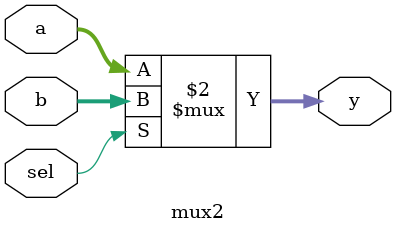
<source format=v>
module mux2 #(parameter W = 32) (
    input [W-1:0] a, b,
    input sel,
    output [W-1:0] y
);

    assign y = (sel == 1'b0)? a : b;

endmodule
</source>
